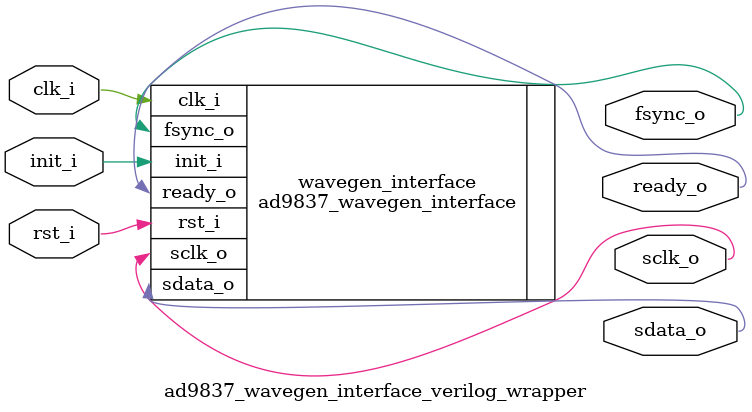
<source format=v>
`timescale 1ns / 1ps


module ad9837_wavegen_interface_verilog_wrapper #(
    parameter   SYS_CLK_FREQ = 50_000_000,	  // DBT: Can be w/e
    parameter   SPI_CLK_FREQ = 40_000_000,    //max frequency for this chip is 40 MHz. DBT: Should be 10
    parameter   MCLK_FREQ    = 5_000_000    
    ) (
    input                   clk_i,
    input                   rst_i,
    
    input                   init_i,    

    output                  ready_o,        //signify if waveform generator is ready to go and sending out signal
    
    output                  fsync_o,    
    output                  sclk_o,
    output                  sdata_o

    );
    
    
    
    
    ad9837_wavegen_interface #(.SYS_CLK_FREQ(SYS_CLK_FREQ), .SPI_CLK_FREQ(SPI_CLK_FREQ), .MCLK_FREQ(MCLK_FREQ) ) wavegen_interface(
        .clk_i          (   clk_i           ),
        .rst_i          (   rst_i           ),
        .init_i         (   init_i          ),
        .ready_o        (   ready_o         ),
        .fsync_o        (   fsync_o         ),
        .sclk_o         (   sclk_o          ),
        .sdata_o        (   sdata_o         )
    );  
    
    
    
endmodule

</source>
